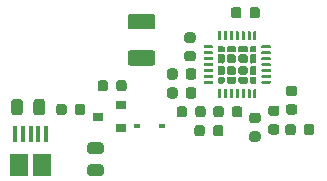
<source format=gbr>
%TF.GenerationSoftware,KiCad,Pcbnew,5.99.0-unknown-acf13a186~104~ubuntu20.04.1*%
%TF.CreationDate,2020-09-23T14:06:42+02:00*%
%TF.ProjectId,matrixctl,6d617472-6978-4637-946c-2e6b69636164,rev?*%
%TF.SameCoordinates,Original*%
%TF.FileFunction,Paste,Top*%
%TF.FilePolarity,Positive*%
%FSLAX46Y46*%
G04 Gerber Fmt 4.6, Leading zero omitted, Abs format (unit mm)*
G04 Created by KiCad (PCBNEW 5.99.0-unknown-acf13a186~104~ubuntu20.04.1) date 2020-09-23 14:06:42*
%MOMM*%
%LPD*%
G01*
G04 APERTURE LIST*
%ADD10R,0.900000X0.800000*%
%ADD11R,0.600000X0.450000*%
%ADD12R,0.400000X1.350000*%
%ADD13R,1.500000X1.900000*%
G04 APERTURE END LIST*
%TO.C,R106*%
G36*
G01*
X131543750Y-113675000D02*
X132056250Y-113675000D01*
G75*
G02*
X132275000Y-113893750I0J-218750D01*
G01*
X132275000Y-114331250D01*
G75*
G02*
X132056250Y-114550000I-218750J0D01*
G01*
X131543750Y-114550000D01*
G75*
G02*
X131325000Y-114331250I0J218750D01*
G01*
X131325000Y-113893750D01*
G75*
G02*
X131543750Y-113675000I218750J0D01*
G01*
G37*
G36*
G01*
X131543750Y-115250000D02*
X132056250Y-115250000D01*
G75*
G02*
X132275000Y-115468750I0J-218750D01*
G01*
X132275000Y-115906250D01*
G75*
G02*
X132056250Y-116125000I-218750J0D01*
G01*
X131543750Y-116125000D01*
G75*
G02*
X131325000Y-115906250I0J218750D01*
G01*
X131325000Y-115468750D01*
G75*
G02*
X131543750Y-115250000I218750J0D01*
G01*
G37*
%TD*%
%TO.C,C107*%
G36*
G01*
X117425000Y-113143750D02*
X117425000Y-113656250D01*
G75*
G02*
X117206250Y-113875000I-218750J0D01*
G01*
X116768750Y-113875000D01*
G75*
G02*
X116550000Y-113656250I0J218750D01*
G01*
X116550000Y-113143750D01*
G75*
G02*
X116768750Y-112925000I218750J0D01*
G01*
X117206250Y-112925000D01*
G75*
G02*
X117425000Y-113143750I0J-218750D01*
G01*
G37*
G36*
G01*
X115850000Y-113143750D02*
X115850000Y-113656250D01*
G75*
G02*
X115631250Y-113875000I-218750J0D01*
G01*
X115193750Y-113875000D01*
G75*
G02*
X114975000Y-113656250I0J218750D01*
G01*
X114975000Y-113143750D01*
G75*
G02*
X115193750Y-112925000I218750J0D01*
G01*
X115631250Y-112925000D01*
G75*
G02*
X115850000Y-113143750I0J-218750D01*
G01*
G37*
%TD*%
%TO.C,FB102*%
G36*
G01*
X117843750Y-116175000D02*
X118756250Y-116175000D01*
G75*
G02*
X119000000Y-116418750I0J-243750D01*
G01*
X119000000Y-116906250D01*
G75*
G02*
X118756250Y-117150000I-243750J0D01*
G01*
X117843750Y-117150000D01*
G75*
G02*
X117600000Y-116906250I0J243750D01*
G01*
X117600000Y-116418750D01*
G75*
G02*
X117843750Y-116175000I243750J0D01*
G01*
G37*
G36*
G01*
X117843750Y-118050000D02*
X118756250Y-118050000D01*
G75*
G02*
X119000000Y-118293750I0J-243750D01*
G01*
X119000000Y-118781250D01*
G75*
G02*
X118756250Y-119025000I-243750J0D01*
G01*
X117843750Y-119025000D01*
G75*
G02*
X117600000Y-118781250I0J243750D01*
G01*
X117600000Y-118293750D01*
G75*
G02*
X117843750Y-118050000I243750J0D01*
G01*
G37*
%TD*%
D10*
%TO.C,U102*%
X120500000Y-114950000D03*
X120500000Y-113050000D03*
X118500000Y-114000000D03*
%TD*%
%TO.C,C101*%
G36*
G01*
X123125000Y-109700000D02*
X121275000Y-109700000D01*
G75*
G02*
X121025000Y-109450000I0J250000D01*
G01*
X121025000Y-108625000D01*
G75*
G02*
X121275000Y-108375000I250000J0D01*
G01*
X123125000Y-108375000D01*
G75*
G02*
X123375000Y-108625000I0J-250000D01*
G01*
X123375000Y-109450000D01*
G75*
G02*
X123125000Y-109700000I-250000J0D01*
G01*
G37*
G36*
G01*
X123125000Y-106625000D02*
X121275000Y-106625000D01*
G75*
G02*
X121025000Y-106375000I0J250000D01*
G01*
X121025000Y-105550000D01*
G75*
G02*
X121275000Y-105300000I250000J0D01*
G01*
X123125000Y-105300000D01*
G75*
G02*
X123375000Y-105550000I0J-250000D01*
G01*
X123375000Y-106375000D01*
G75*
G02*
X123125000Y-106625000I-250000J0D01*
G01*
G37*
%TD*%
%TO.C,R112*%
G36*
G01*
X133656250Y-115525000D02*
X133143750Y-115525000D01*
G75*
G02*
X132925000Y-115306250I0J218750D01*
G01*
X132925000Y-114868750D01*
G75*
G02*
X133143750Y-114650000I218750J0D01*
G01*
X133656250Y-114650000D01*
G75*
G02*
X133875000Y-114868750I0J-218750D01*
G01*
X133875000Y-115306250D01*
G75*
G02*
X133656250Y-115525000I-218750J0D01*
G01*
G37*
G36*
G01*
X133656250Y-113950000D02*
X133143750Y-113950000D01*
G75*
G02*
X132925000Y-113731250I0J218750D01*
G01*
X132925000Y-113293750D01*
G75*
G02*
X133143750Y-113075000I218750J0D01*
G01*
X133656250Y-113075000D01*
G75*
G02*
X133875000Y-113293750I0J-218750D01*
G01*
X133875000Y-113731250D01*
G75*
G02*
X133656250Y-113950000I-218750J0D01*
G01*
G37*
%TD*%
%TO.C,R103*%
G36*
G01*
X128275000Y-113856250D02*
X128275000Y-113343750D01*
G75*
G02*
X128493750Y-113125000I218750J0D01*
G01*
X128931250Y-113125000D01*
G75*
G02*
X129150000Y-113343750I0J-218750D01*
G01*
X129150000Y-113856250D01*
G75*
G02*
X128931250Y-114075000I-218750J0D01*
G01*
X128493750Y-114075000D01*
G75*
G02*
X128275000Y-113856250I0J218750D01*
G01*
G37*
G36*
G01*
X129850000Y-113856250D02*
X129850000Y-113343750D01*
G75*
G02*
X130068750Y-113125000I218750J0D01*
G01*
X130506250Y-113125000D01*
G75*
G02*
X130725000Y-113343750I0J-218750D01*
G01*
X130725000Y-113856250D01*
G75*
G02*
X130506250Y-114075000I-218750J0D01*
G01*
X130068750Y-114075000D01*
G75*
G02*
X129850000Y-113856250I0J218750D01*
G01*
G37*
%TD*%
%TO.C,R101*%
G36*
G01*
X134375000Y-115356250D02*
X134375000Y-114843750D01*
G75*
G02*
X134593750Y-114625000I218750J0D01*
G01*
X135031250Y-114625000D01*
G75*
G02*
X135250000Y-114843750I0J-218750D01*
G01*
X135250000Y-115356250D01*
G75*
G02*
X135031250Y-115575000I-218750J0D01*
G01*
X134593750Y-115575000D01*
G75*
G02*
X134375000Y-115356250I0J218750D01*
G01*
G37*
G36*
G01*
X135950000Y-115356250D02*
X135950000Y-114843750D01*
G75*
G02*
X136168750Y-114625000I218750J0D01*
G01*
X136606250Y-114625000D01*
G75*
G02*
X136825000Y-114843750I0J-218750D01*
G01*
X136825000Y-115356250D01*
G75*
G02*
X136606250Y-115575000I-218750J0D01*
G01*
X136168750Y-115575000D01*
G75*
G02*
X135950000Y-115356250I0J218750D01*
G01*
G37*
%TD*%
D11*
%TO.C,D101*%
X123950000Y-114800000D03*
X121850000Y-114800000D03*
%TD*%
%TO.C,FB101*%
G36*
G01*
X114025000Y-112743750D02*
X114025000Y-113656250D01*
G75*
G02*
X113781250Y-113900000I-243750J0D01*
G01*
X113293750Y-113900000D01*
G75*
G02*
X113050000Y-113656250I0J243750D01*
G01*
X113050000Y-112743750D01*
G75*
G02*
X113293750Y-112500000I243750J0D01*
G01*
X113781250Y-112500000D01*
G75*
G02*
X114025000Y-112743750I0J-243750D01*
G01*
G37*
G36*
G01*
X112150000Y-112743750D02*
X112150000Y-113656250D01*
G75*
G02*
X111906250Y-113900000I-243750J0D01*
G01*
X111418750Y-113900000D01*
G75*
G02*
X111175000Y-113656250I0J243750D01*
G01*
X111175000Y-112743750D01*
G75*
G02*
X111418750Y-112500000I243750J0D01*
G01*
X111906250Y-112500000D01*
G75*
G02*
X112150000Y-112743750I0J-243750D01*
G01*
G37*
%TD*%
%TO.C,R102*%
G36*
G01*
X135156250Y-113825000D02*
X134643750Y-113825000D01*
G75*
G02*
X134425000Y-113606250I0J218750D01*
G01*
X134425000Y-113168750D01*
G75*
G02*
X134643750Y-112950000I218750J0D01*
G01*
X135156250Y-112950000D01*
G75*
G02*
X135375000Y-113168750I0J-218750D01*
G01*
X135375000Y-113606250D01*
G75*
G02*
X135156250Y-113825000I-218750J0D01*
G01*
G37*
G36*
G01*
X135156250Y-112250000D02*
X134643750Y-112250000D01*
G75*
G02*
X134425000Y-112031250I0J218750D01*
G01*
X134425000Y-111593750D01*
G75*
G02*
X134643750Y-111375000I218750J0D01*
G01*
X135156250Y-111375000D01*
G75*
G02*
X135375000Y-111593750I0J-218750D01*
G01*
X135375000Y-112031250D01*
G75*
G02*
X135156250Y-112250000I-218750J0D01*
G01*
G37*
%TD*%
%TO.C,C105*%
G36*
G01*
X127625000Y-113343750D02*
X127625000Y-113856250D01*
G75*
G02*
X127406250Y-114075000I-218750J0D01*
G01*
X126968750Y-114075000D01*
G75*
G02*
X126750000Y-113856250I0J218750D01*
G01*
X126750000Y-113343750D01*
G75*
G02*
X126968750Y-113125000I218750J0D01*
G01*
X127406250Y-113125000D01*
G75*
G02*
X127625000Y-113343750I0J-218750D01*
G01*
G37*
G36*
G01*
X126050000Y-113343750D02*
X126050000Y-113856250D01*
G75*
G02*
X125831250Y-114075000I-218750J0D01*
G01*
X125393750Y-114075000D01*
G75*
G02*
X125175000Y-113856250I0J218750D01*
G01*
X125175000Y-113343750D01*
G75*
G02*
X125393750Y-113125000I218750J0D01*
G01*
X125831250Y-113125000D01*
G75*
G02*
X126050000Y-113343750I0J-218750D01*
G01*
G37*
%TD*%
%TO.C,C103*%
G36*
G01*
X129775000Y-105456250D02*
X129775000Y-104943750D01*
G75*
G02*
X129993750Y-104725000I218750J0D01*
G01*
X130431250Y-104725000D01*
G75*
G02*
X130650000Y-104943750I0J-218750D01*
G01*
X130650000Y-105456250D01*
G75*
G02*
X130431250Y-105675000I-218750J0D01*
G01*
X129993750Y-105675000D01*
G75*
G02*
X129775000Y-105456250I0J218750D01*
G01*
G37*
G36*
G01*
X131350000Y-105456250D02*
X131350000Y-104943750D01*
G75*
G02*
X131568750Y-104725000I218750J0D01*
G01*
X132006250Y-104725000D01*
G75*
G02*
X132225000Y-104943750I0J-218750D01*
G01*
X132225000Y-105456250D01*
G75*
G02*
X132006250Y-105675000I-218750J0D01*
G01*
X131568750Y-105675000D01*
G75*
G02*
X131350000Y-105456250I0J218750D01*
G01*
G37*
%TD*%
%TO.C,C106*%
G36*
G01*
X120937500Y-111143750D02*
X120937500Y-111656250D01*
G75*
G02*
X120718750Y-111875000I-218750J0D01*
G01*
X120281250Y-111875000D01*
G75*
G02*
X120062500Y-111656250I0J218750D01*
G01*
X120062500Y-111143750D01*
G75*
G02*
X120281250Y-110925000I218750J0D01*
G01*
X120718750Y-110925000D01*
G75*
G02*
X120937500Y-111143750I0J-218750D01*
G01*
G37*
G36*
G01*
X119362500Y-111143750D02*
X119362500Y-111656250D01*
G75*
G02*
X119143750Y-111875000I-218750J0D01*
G01*
X118706250Y-111875000D01*
G75*
G02*
X118487500Y-111656250I0J218750D01*
G01*
X118487500Y-111143750D01*
G75*
G02*
X118706250Y-110925000I218750J0D01*
G01*
X119143750Y-110925000D01*
G75*
G02*
X119362500Y-111143750I0J-218750D01*
G01*
G37*
%TD*%
%TO.C,R105*%
G36*
G01*
X126825000Y-110143750D02*
X126825000Y-110656250D01*
G75*
G02*
X126606250Y-110875000I-218750J0D01*
G01*
X126168750Y-110875000D01*
G75*
G02*
X125950000Y-110656250I0J218750D01*
G01*
X125950000Y-110143750D01*
G75*
G02*
X126168750Y-109925000I218750J0D01*
G01*
X126606250Y-109925000D01*
G75*
G02*
X126825000Y-110143750I0J-218750D01*
G01*
G37*
G36*
G01*
X125250000Y-110143750D02*
X125250000Y-110656250D01*
G75*
G02*
X125031250Y-110875000I-218750J0D01*
G01*
X124593750Y-110875000D01*
G75*
G02*
X124375000Y-110656250I0J218750D01*
G01*
X124375000Y-110143750D01*
G75*
G02*
X124593750Y-109925000I218750J0D01*
G01*
X125031250Y-109925000D01*
G75*
G02*
X125250000Y-110143750I0J-218750D01*
G01*
G37*
%TD*%
%TO.C,R104*%
G36*
G01*
X126675000Y-115456250D02*
X126675000Y-114943750D01*
G75*
G02*
X126893750Y-114725000I218750J0D01*
G01*
X127331250Y-114725000D01*
G75*
G02*
X127550000Y-114943750I0J-218750D01*
G01*
X127550000Y-115456250D01*
G75*
G02*
X127331250Y-115675000I-218750J0D01*
G01*
X126893750Y-115675000D01*
G75*
G02*
X126675000Y-115456250I0J218750D01*
G01*
G37*
G36*
G01*
X128250000Y-115456250D02*
X128250000Y-114943750D01*
G75*
G02*
X128468750Y-114725000I218750J0D01*
G01*
X128906250Y-114725000D01*
G75*
G02*
X129125000Y-114943750I0J-218750D01*
G01*
X129125000Y-115456250D01*
G75*
G02*
X128906250Y-115675000I-218750J0D01*
G01*
X128468750Y-115675000D01*
G75*
G02*
X128250000Y-115456250I0J218750D01*
G01*
G37*
%TD*%
D12*
%TO.C,J104*%
X111500000Y-115437500D03*
X112150000Y-115437500D03*
X112800000Y-115437500D03*
X113450000Y-115437500D03*
X114100000Y-115437500D03*
D13*
X111800000Y-118137500D03*
X113800000Y-118137500D03*
%TD*%
%TO.C,C102*%
G36*
G01*
X126556250Y-109325000D02*
X126043750Y-109325000D01*
G75*
G02*
X125825000Y-109106250I0J218750D01*
G01*
X125825000Y-108668750D01*
G75*
G02*
X126043750Y-108450000I218750J0D01*
G01*
X126556250Y-108450000D01*
G75*
G02*
X126775000Y-108668750I0J-218750D01*
G01*
X126775000Y-109106250D01*
G75*
G02*
X126556250Y-109325000I-218750J0D01*
G01*
G37*
G36*
G01*
X126556250Y-107750000D02*
X126043750Y-107750000D01*
G75*
G02*
X125825000Y-107531250I0J218750D01*
G01*
X125825000Y-107093750D01*
G75*
G02*
X126043750Y-106875000I218750J0D01*
G01*
X126556250Y-106875000D01*
G75*
G02*
X126775000Y-107093750I0J-218750D01*
G01*
X126775000Y-107531250D01*
G75*
G02*
X126556250Y-107750000I-218750J0D01*
G01*
G37*
%TD*%
%TO.C,U101*%
G36*
X129079097Y-107998745D02*
G01*
X129104156Y-108006888D01*
X129117738Y-108025582D01*
X129199419Y-108107264D01*
X129218112Y-108120845D01*
X129226253Y-108145902D01*
X129238215Y-108169378D01*
X129234600Y-108192201D01*
X129234601Y-108442476D01*
X129234094Y-108444036D01*
X129234094Y-108461857D01*
X129223619Y-108476274D01*
X129218112Y-108493222D01*
X129203695Y-108503696D01*
X129193221Y-108518113D01*
X129176273Y-108523620D01*
X129161856Y-108534094D01*
X129144036Y-108534094D01*
X129142476Y-108534601D01*
X128782523Y-108534601D01*
X128780963Y-108534094D01*
X128763143Y-108534094D01*
X128748726Y-108523619D01*
X128731778Y-108518112D01*
X128721304Y-108503695D01*
X128706887Y-108493221D01*
X128701380Y-108476273D01*
X128690906Y-108461856D01*
X128690906Y-108444036D01*
X128690399Y-108442476D01*
X128690399Y-108082523D01*
X128690906Y-108080963D01*
X128690906Y-108063143D01*
X128701381Y-108048726D01*
X128706888Y-108031778D01*
X128721304Y-108021304D01*
X128731779Y-108006887D01*
X128748729Y-108001380D01*
X128763145Y-107990906D01*
X128780964Y-107990906D01*
X128782524Y-107990399D01*
X129032806Y-107990399D01*
X129055624Y-107986785D01*
X129079097Y-107998745D01*
G37*
G36*
G01*
X131203113Y-108898444D02*
X131203113Y-109301556D01*
G75*
G02*
X131001556Y-109503113I-201557J0D01*
G01*
X130598444Y-109503113D01*
G75*
G02*
X130396887Y-109301556I0J201557D01*
G01*
X130396887Y-108898444D01*
G75*
G02*
X130598444Y-108696887I201557J0D01*
G01*
X131001556Y-108696887D01*
G75*
G02*
X131203113Y-108898444I0J-201557D01*
G01*
G37*
G36*
X129504091Y-110665399D02*
G01*
X130112956Y-110665400D01*
X130133536Y-110661771D01*
X130139822Y-110665400D01*
X130146225Y-110665400D01*
X130148732Y-110665842D01*
X130166697Y-110680917D01*
X130186997Y-110692637D01*
X130189782Y-110700287D01*
X130196021Y-110705523D01*
X130200094Y-110728619D01*
X130203111Y-110736909D01*
X130203111Y-110745731D01*
X130206741Y-110766317D01*
X130203111Y-110772604D01*
X130203112Y-111044222D01*
X130207768Y-111061598D01*
X130203112Y-111071583D01*
X130203112Y-111082092D01*
X130202670Y-111084599D01*
X130190004Y-111099694D01*
X130187857Y-111104298D01*
X130177188Y-111114968D01*
X130162989Y-111131889D01*
X130159684Y-111132472D01*
X130114249Y-111177907D01*
X130105254Y-111193487D01*
X130094902Y-111197255D01*
X130087472Y-111204685D01*
X130085386Y-111206145D01*
X130065760Y-111207862D01*
X130060982Y-111209601D01*
X130045882Y-111209601D01*
X130023889Y-111211525D01*
X130021141Y-111209601D01*
X129562265Y-111209600D01*
X129544889Y-111214256D01*
X129534904Y-111209600D01*
X129524395Y-111209600D01*
X129521888Y-111209158D01*
X129506793Y-111196491D01*
X129502190Y-111194345D01*
X129491525Y-111183680D01*
X129474599Y-111169477D01*
X129474016Y-111166171D01*
X129428584Y-111120738D01*
X129413002Y-111111742D01*
X129409233Y-111101387D01*
X129401804Y-111093958D01*
X129400344Y-111091873D01*
X129398627Y-111072248D01*
X129396888Y-111067470D01*
X129396888Y-111052369D01*
X129394964Y-111030376D01*
X129396888Y-111027628D01*
X129396888Y-110755554D01*
X129393259Y-110734974D01*
X129396888Y-110728688D01*
X129396888Y-110722286D01*
X129397330Y-110719779D01*
X129412402Y-110701818D01*
X129424126Y-110681513D01*
X129431779Y-110678728D01*
X129437013Y-110672490D01*
X129460102Y-110668419D01*
X129468398Y-110665399D01*
X129477226Y-110665399D01*
X129497806Y-110661770D01*
X129504091Y-110665399D01*
G37*
G36*
X129096582Y-108696888D02*
G01*
X129107093Y-108696888D01*
X129109600Y-108697330D01*
X129124694Y-108709996D01*
X129129299Y-108712143D01*
X129139970Y-108722814D01*
X129156889Y-108737011D01*
X129157472Y-108740316D01*
X129202906Y-108785751D01*
X129218486Y-108794746D01*
X129222254Y-108805099D01*
X129229685Y-108812530D01*
X129231145Y-108814615D01*
X129232862Y-108834244D01*
X129234600Y-108839018D01*
X129234600Y-108854108D01*
X129236525Y-108876111D01*
X129234600Y-108878860D01*
X129234600Y-109337734D01*
X129239256Y-109355111D01*
X129234600Y-109365096D01*
X129234600Y-109375604D01*
X129234158Y-109378111D01*
X129221492Y-109393206D01*
X129219345Y-109397810D01*
X129208678Y-109408477D01*
X129194477Y-109425401D01*
X129191171Y-109425984D01*
X129145738Y-109471416D01*
X129136742Y-109486998D01*
X129126387Y-109490767D01*
X129118958Y-109498196D01*
X129116873Y-109499656D01*
X129097248Y-109501373D01*
X129092470Y-109503112D01*
X129077369Y-109503112D01*
X129055376Y-109505036D01*
X129052628Y-109503112D01*
X128780554Y-109503112D01*
X128759974Y-109506741D01*
X128753688Y-109503112D01*
X128747286Y-109503112D01*
X128744779Y-109502670D01*
X128726816Y-109487597D01*
X128706513Y-109475874D01*
X128703728Y-109468222D01*
X128697490Y-109462988D01*
X128693418Y-109439898D01*
X128690399Y-109431602D01*
X128690399Y-109422774D01*
X128686770Y-109402194D01*
X128690399Y-109395908D01*
X128690400Y-108787043D01*
X128686771Y-108766463D01*
X128690400Y-108760177D01*
X128690400Y-108753775D01*
X128690842Y-108751268D01*
X128705914Y-108733307D01*
X128717637Y-108713002D01*
X128725290Y-108710217D01*
X128730524Y-108703979D01*
X128753613Y-108699908D01*
X128761909Y-108696888D01*
X128770737Y-108696888D01*
X128791317Y-108693259D01*
X128797602Y-108696888D01*
X129069226Y-108696888D01*
X129086599Y-108692233D01*
X129096582Y-108696888D01*
G37*
G36*
X131819037Y-110665906D02*
G01*
X131836856Y-110665906D01*
X131851272Y-110676381D01*
X131868222Y-110681888D01*
X131878697Y-110696306D01*
X131893112Y-110706779D01*
X131898618Y-110723725D01*
X131909094Y-110738144D01*
X131909094Y-110755967D01*
X131909600Y-110757524D01*
X131909601Y-111117476D01*
X131909094Y-111119036D01*
X131909094Y-111136857D01*
X131898619Y-111151274D01*
X131893112Y-111168222D01*
X131878695Y-111178696D01*
X131868221Y-111193113D01*
X131851273Y-111198620D01*
X131836856Y-111209094D01*
X131819036Y-111209094D01*
X131817476Y-111209601D01*
X131567194Y-111209601D01*
X131544377Y-111213215D01*
X131520906Y-111201256D01*
X131495844Y-111193112D01*
X131482260Y-111174415D01*
X131400581Y-111092737D01*
X131381887Y-111079155D01*
X131373745Y-111054096D01*
X131361785Y-111030623D01*
X131365399Y-111007805D01*
X131365399Y-110757523D01*
X131365906Y-110755963D01*
X131365906Y-110738143D01*
X131376381Y-110723726D01*
X131381888Y-110706778D01*
X131396304Y-110696304D01*
X131406779Y-110681887D01*
X131423729Y-110676380D01*
X131438145Y-110665906D01*
X131455964Y-110665906D01*
X131457524Y-110665399D01*
X131817477Y-110665399D01*
X131819037Y-110665906D01*
G37*
G36*
X131567195Y-107990399D02*
G01*
X131817477Y-107990399D01*
X131819037Y-107990906D01*
X131836856Y-107990906D01*
X131851272Y-108001381D01*
X131868222Y-108006888D01*
X131878697Y-108021306D01*
X131893112Y-108031779D01*
X131898618Y-108048725D01*
X131909094Y-108063144D01*
X131909094Y-108080967D01*
X131909600Y-108082524D01*
X131909601Y-108442476D01*
X131909094Y-108444036D01*
X131909094Y-108461857D01*
X131898619Y-108476274D01*
X131893112Y-108493222D01*
X131878695Y-108503696D01*
X131868221Y-108518113D01*
X131851273Y-108523620D01*
X131836856Y-108534094D01*
X131819036Y-108534094D01*
X131817476Y-108534601D01*
X131457523Y-108534601D01*
X131455963Y-108534094D01*
X131438143Y-108534094D01*
X131423726Y-108523619D01*
X131406778Y-108518112D01*
X131396304Y-108503695D01*
X131381887Y-108493221D01*
X131376380Y-108476273D01*
X131365906Y-108461856D01*
X131365906Y-108444036D01*
X131365399Y-108442476D01*
X131365399Y-108192194D01*
X131361785Y-108169376D01*
X131373745Y-108145903D01*
X131381888Y-108120844D01*
X131400581Y-108107263D01*
X131482261Y-108025584D01*
X131495845Y-108006887D01*
X131520907Y-107998744D01*
X131544378Y-107986785D01*
X131567195Y-107990399D01*
G37*
G36*
X130065096Y-107990400D02*
G01*
X130075605Y-107990400D01*
X130078112Y-107990842D01*
X130093207Y-108003509D01*
X130097812Y-108005656D01*
X130108481Y-108016325D01*
X130125401Y-108030523D01*
X130125984Y-108033828D01*
X130171418Y-108079263D01*
X130186997Y-108088258D01*
X130190765Y-108098611D01*
X130198197Y-108106043D01*
X130199657Y-108108128D01*
X130201374Y-108127758D01*
X130203111Y-108132530D01*
X130203111Y-108147617D01*
X130205036Y-108169624D01*
X130203111Y-108172373D01*
X130203112Y-108444445D01*
X130206741Y-108465026D01*
X130203112Y-108471312D01*
X130203112Y-108477713D01*
X130202670Y-108480220D01*
X130187598Y-108498182D01*
X130175874Y-108518487D01*
X130168222Y-108521272D01*
X130162988Y-108527510D01*
X130139897Y-108531582D01*
X130131602Y-108534601D01*
X130122775Y-108534601D01*
X130102195Y-108538230D01*
X130095909Y-108534601D01*
X129487043Y-108534600D01*
X129466463Y-108538229D01*
X129460177Y-108534600D01*
X129453775Y-108534600D01*
X129451268Y-108534158D01*
X129433305Y-108519085D01*
X129413002Y-108507363D01*
X129410217Y-108499711D01*
X129403979Y-108494477D01*
X129399907Y-108471387D01*
X129396888Y-108463091D01*
X129396888Y-108454263D01*
X129393259Y-108433683D01*
X129396888Y-108427397D01*
X129396888Y-108155774D01*
X129392233Y-108138401D01*
X129396888Y-108128418D01*
X129396888Y-108117907D01*
X129397330Y-108115400D01*
X129409996Y-108100306D01*
X129412143Y-108095701D01*
X129422818Y-108085026D01*
X129437012Y-108068111D01*
X129440316Y-108067528D01*
X129485749Y-108022096D01*
X129494746Y-108006513D01*
X129505101Y-108002744D01*
X129512530Y-107995315D01*
X129514615Y-107993855D01*
X129534240Y-107992138D01*
X129539018Y-107990399D01*
X129554119Y-107990399D01*
X129576111Y-107988475D01*
X129578859Y-107990399D01*
X130037739Y-107990400D01*
X130055113Y-107985745D01*
X130065096Y-107990400D01*
G37*
G36*
X129144037Y-110665906D02*
G01*
X129161856Y-110665906D01*
X129176272Y-110676381D01*
X129193222Y-110681888D01*
X129203697Y-110696306D01*
X129218112Y-110706779D01*
X129223618Y-110723725D01*
X129234094Y-110738144D01*
X129234094Y-110755967D01*
X129234600Y-110757524D01*
X129234601Y-111007805D01*
X129238215Y-111030623D01*
X129226256Y-111054095D01*
X129218112Y-111079156D01*
X129199415Y-111092740D01*
X129117737Y-111174419D01*
X129104155Y-111193113D01*
X129079096Y-111201255D01*
X129055623Y-111213215D01*
X129032805Y-111209601D01*
X128782523Y-111209601D01*
X128780963Y-111209094D01*
X128763143Y-111209094D01*
X128748726Y-111198619D01*
X128731778Y-111193112D01*
X128721304Y-111178695D01*
X128706887Y-111168221D01*
X128701380Y-111151273D01*
X128690906Y-111136856D01*
X128690906Y-111119036D01*
X128690399Y-111117476D01*
X128690399Y-110757523D01*
X128690906Y-110755963D01*
X128690906Y-110738143D01*
X128701381Y-110723726D01*
X128706888Y-110706778D01*
X128721304Y-110696304D01*
X128731779Y-110681887D01*
X128748729Y-110676380D01*
X128763145Y-110665906D01*
X128780964Y-110665906D01*
X128782524Y-110665399D01*
X129142477Y-110665399D01*
X129144037Y-110665906D01*
G37*
G36*
X131065096Y-107990400D02*
G01*
X131075605Y-107990400D01*
X131078112Y-107990842D01*
X131093207Y-108003509D01*
X131097812Y-108005656D01*
X131108481Y-108016325D01*
X131125401Y-108030523D01*
X131125984Y-108033828D01*
X131171418Y-108079263D01*
X131186997Y-108088258D01*
X131190765Y-108098611D01*
X131198197Y-108106043D01*
X131199657Y-108108128D01*
X131201374Y-108127758D01*
X131203111Y-108132530D01*
X131203111Y-108147617D01*
X131205036Y-108169624D01*
X131203111Y-108172373D01*
X131203112Y-108444445D01*
X131206741Y-108465026D01*
X131203112Y-108471312D01*
X131203112Y-108477713D01*
X131202670Y-108480220D01*
X131187598Y-108498182D01*
X131175874Y-108518487D01*
X131168222Y-108521272D01*
X131162988Y-108527510D01*
X131139897Y-108531582D01*
X131131602Y-108534601D01*
X131122775Y-108534601D01*
X131102195Y-108538230D01*
X131095909Y-108534601D01*
X130487043Y-108534600D01*
X130466463Y-108538229D01*
X130460177Y-108534600D01*
X130453775Y-108534600D01*
X130451268Y-108534158D01*
X130433305Y-108519085D01*
X130413002Y-108507363D01*
X130410217Y-108499711D01*
X130403979Y-108494477D01*
X130399907Y-108471387D01*
X130396888Y-108463091D01*
X130396888Y-108454263D01*
X130393259Y-108433683D01*
X130396888Y-108427397D01*
X130396888Y-108155774D01*
X130392233Y-108138401D01*
X130396888Y-108128418D01*
X130396888Y-108117907D01*
X130397330Y-108115400D01*
X130409996Y-108100306D01*
X130412143Y-108095701D01*
X130422818Y-108085026D01*
X130437012Y-108068111D01*
X130440316Y-108067528D01*
X130485749Y-108022096D01*
X130494746Y-108006513D01*
X130505101Y-108002744D01*
X130512530Y-107995315D01*
X130514615Y-107993855D01*
X130534240Y-107992138D01*
X130539018Y-107990399D01*
X130554119Y-107990399D01*
X130576111Y-107988475D01*
X130578859Y-107990399D01*
X131037739Y-107990400D01*
X131055113Y-107985745D01*
X131065096Y-107990400D01*
G37*
G36*
X131846311Y-109696888D02*
G01*
X131852714Y-109696888D01*
X131855221Y-109697330D01*
X131873186Y-109712405D01*
X131893486Y-109724126D01*
X131896271Y-109731776D01*
X131902510Y-109737012D01*
X131906583Y-109760108D01*
X131909600Y-109768398D01*
X131909600Y-109777220D01*
X131913230Y-109797806D01*
X131909600Y-109804093D01*
X131909600Y-110412956D01*
X131913229Y-110433537D01*
X131909600Y-110439823D01*
X131909600Y-110446224D01*
X131909158Y-110448731D01*
X131894086Y-110466693D01*
X131882363Y-110486998D01*
X131874711Y-110489783D01*
X131869477Y-110496021D01*
X131846386Y-110500093D01*
X131838091Y-110503112D01*
X131829264Y-110503112D01*
X131808684Y-110506741D01*
X131802398Y-110503112D01*
X131530777Y-110503112D01*
X131513402Y-110507768D01*
X131503417Y-110503112D01*
X131492907Y-110503112D01*
X131490400Y-110502670D01*
X131475305Y-110490003D01*
X131470702Y-110487857D01*
X131460034Y-110477190D01*
X131443111Y-110462989D01*
X131442528Y-110459684D01*
X131397093Y-110414249D01*
X131381513Y-110405254D01*
X131377745Y-110394902D01*
X131370315Y-110387472D01*
X131368855Y-110385386D01*
X131367138Y-110365760D01*
X131365399Y-110360982D01*
X131365399Y-110345882D01*
X131363475Y-110323889D01*
X131365399Y-110321141D01*
X131365400Y-109862261D01*
X131360745Y-109844887D01*
X131365400Y-109834904D01*
X131365400Y-109824395D01*
X131365842Y-109821888D01*
X131378508Y-109806793D01*
X131380656Y-109802188D01*
X131391329Y-109791515D01*
X131405524Y-109774599D01*
X131408828Y-109774016D01*
X131454262Y-109728584D01*
X131463258Y-109713002D01*
X131473613Y-109709233D01*
X131481043Y-109701803D01*
X131483128Y-109700343D01*
X131502754Y-109698626D01*
X131507530Y-109696888D01*
X131522628Y-109696888D01*
X131544624Y-109694964D01*
X131547372Y-109696888D01*
X131819445Y-109696888D01*
X131840025Y-109693259D01*
X131846311Y-109696888D01*
G37*
G36*
G01*
X131203113Y-109898444D02*
X131203113Y-110301556D01*
G75*
G02*
X131001556Y-110503113I-201557J0D01*
G01*
X130598444Y-110503113D01*
G75*
G02*
X130396887Y-110301556I0J201557D01*
G01*
X130396887Y-109898444D01*
G75*
G02*
X130598444Y-109696887I201557J0D01*
G01*
X131001556Y-109696887D01*
G75*
G02*
X131203113Y-109898444I0J-201557D01*
G01*
G37*
G36*
X130504091Y-110665399D02*
G01*
X131112956Y-110665400D01*
X131133536Y-110661771D01*
X131139822Y-110665400D01*
X131146225Y-110665400D01*
X131148732Y-110665842D01*
X131166697Y-110680917D01*
X131186997Y-110692637D01*
X131189782Y-110700287D01*
X131196021Y-110705523D01*
X131200094Y-110728619D01*
X131203111Y-110736909D01*
X131203111Y-110745731D01*
X131206741Y-110766317D01*
X131203111Y-110772604D01*
X131203112Y-111044222D01*
X131207768Y-111061598D01*
X131203112Y-111071583D01*
X131203112Y-111082092D01*
X131202670Y-111084599D01*
X131190004Y-111099694D01*
X131187857Y-111104298D01*
X131177188Y-111114968D01*
X131162989Y-111131889D01*
X131159684Y-111132472D01*
X131114249Y-111177907D01*
X131105254Y-111193487D01*
X131094902Y-111197255D01*
X131087472Y-111204685D01*
X131085386Y-111206145D01*
X131065760Y-111207862D01*
X131060982Y-111209601D01*
X131045882Y-111209601D01*
X131023889Y-111211525D01*
X131021141Y-111209601D01*
X130562265Y-111209600D01*
X130544889Y-111214256D01*
X130534904Y-111209600D01*
X130524395Y-111209600D01*
X130521888Y-111209158D01*
X130506793Y-111196491D01*
X130502190Y-111194345D01*
X130491525Y-111183680D01*
X130474599Y-111169477D01*
X130474016Y-111166171D01*
X130428584Y-111120738D01*
X130413002Y-111111742D01*
X130409233Y-111101387D01*
X130401804Y-111093958D01*
X130400344Y-111091873D01*
X130398627Y-111072248D01*
X130396888Y-111067470D01*
X130396888Y-111052369D01*
X130394964Y-111030376D01*
X130396888Y-111027628D01*
X130396888Y-110755554D01*
X130393259Y-110734974D01*
X130396888Y-110728688D01*
X130396888Y-110722286D01*
X130397330Y-110719779D01*
X130412402Y-110701818D01*
X130424126Y-110681513D01*
X130431779Y-110678728D01*
X130437013Y-110672490D01*
X130460102Y-110668419D01*
X130468398Y-110665399D01*
X130477226Y-110665399D01*
X130497806Y-110661770D01*
X130504091Y-110665399D01*
G37*
G36*
G01*
X130203113Y-108898444D02*
X130203113Y-109301556D01*
G75*
G02*
X130001556Y-109503113I-201557J0D01*
G01*
X129598444Y-109503113D01*
G75*
G02*
X129396887Y-109301556I0J201557D01*
G01*
X129396887Y-108898444D01*
G75*
G02*
X129598444Y-108696887I201557J0D01*
G01*
X130001556Y-108696887D01*
G75*
G02*
X130203113Y-108898444I0J-201557D01*
G01*
G37*
G36*
X131846311Y-108696888D02*
G01*
X131852714Y-108696888D01*
X131855221Y-108697330D01*
X131873186Y-108712405D01*
X131893486Y-108724126D01*
X131896271Y-108731776D01*
X131902510Y-108737012D01*
X131906583Y-108760108D01*
X131909600Y-108768398D01*
X131909600Y-108777220D01*
X131913230Y-108797806D01*
X131909600Y-108804093D01*
X131909600Y-109412956D01*
X131913229Y-109433537D01*
X131909600Y-109439823D01*
X131909600Y-109446224D01*
X131909158Y-109448731D01*
X131894086Y-109466693D01*
X131882363Y-109486998D01*
X131874711Y-109489783D01*
X131869477Y-109496021D01*
X131846386Y-109500093D01*
X131838091Y-109503112D01*
X131829264Y-109503112D01*
X131808684Y-109506741D01*
X131802398Y-109503112D01*
X131530777Y-109503112D01*
X131513402Y-109507768D01*
X131503417Y-109503112D01*
X131492907Y-109503112D01*
X131490400Y-109502670D01*
X131475305Y-109490003D01*
X131470702Y-109487857D01*
X131460034Y-109477190D01*
X131443111Y-109462989D01*
X131442528Y-109459684D01*
X131397093Y-109414249D01*
X131381513Y-109405254D01*
X131377745Y-109394902D01*
X131370315Y-109387472D01*
X131368855Y-109385386D01*
X131367138Y-109365760D01*
X131365399Y-109360982D01*
X131365399Y-109345882D01*
X131363475Y-109323889D01*
X131365399Y-109321141D01*
X131365400Y-108862261D01*
X131360745Y-108844887D01*
X131365400Y-108834904D01*
X131365400Y-108824395D01*
X131365842Y-108821888D01*
X131378508Y-108806793D01*
X131380656Y-108802188D01*
X131391329Y-108791515D01*
X131405524Y-108774599D01*
X131408828Y-108774016D01*
X131454262Y-108728584D01*
X131463258Y-108713002D01*
X131473613Y-108709233D01*
X131481043Y-108701803D01*
X131483128Y-108700343D01*
X131502754Y-108698626D01*
X131507530Y-108696888D01*
X131522628Y-108696888D01*
X131544624Y-108694964D01*
X131547372Y-108696888D01*
X131819445Y-108696888D01*
X131840025Y-108693259D01*
X131846311Y-108696888D01*
G37*
G36*
G01*
X130203113Y-109898444D02*
X130203113Y-110301556D01*
G75*
G02*
X130001556Y-110503113I-201557J0D01*
G01*
X129598444Y-110503113D01*
G75*
G02*
X129396887Y-110301556I0J201557D01*
G01*
X129396887Y-109898444D01*
G75*
G02*
X129598444Y-109696887I201557J0D01*
G01*
X130001556Y-109696887D01*
G75*
G02*
X130203113Y-109898444I0J-201557D01*
G01*
G37*
G36*
X129096582Y-109696888D02*
G01*
X129107093Y-109696888D01*
X129109600Y-109697330D01*
X129124694Y-109709996D01*
X129129299Y-109712143D01*
X129139970Y-109722814D01*
X129156889Y-109737011D01*
X129157472Y-109740316D01*
X129202906Y-109785751D01*
X129218486Y-109794746D01*
X129222254Y-109805099D01*
X129229685Y-109812530D01*
X129231145Y-109814615D01*
X129232862Y-109834244D01*
X129234600Y-109839018D01*
X129234600Y-109854108D01*
X129236525Y-109876111D01*
X129234600Y-109878860D01*
X129234600Y-110337734D01*
X129239256Y-110355111D01*
X129234600Y-110365096D01*
X129234600Y-110375604D01*
X129234158Y-110378111D01*
X129221492Y-110393206D01*
X129219345Y-110397810D01*
X129208678Y-110408477D01*
X129194477Y-110425401D01*
X129191171Y-110425984D01*
X129145738Y-110471416D01*
X129136742Y-110486998D01*
X129126387Y-110490767D01*
X129118958Y-110498196D01*
X129116873Y-110499656D01*
X129097248Y-110501373D01*
X129092470Y-110503112D01*
X129077369Y-110503112D01*
X129055376Y-110505036D01*
X129052628Y-110503112D01*
X128780554Y-110503112D01*
X128759974Y-110506741D01*
X128753688Y-110503112D01*
X128747286Y-110503112D01*
X128744779Y-110502670D01*
X128726816Y-110487597D01*
X128706513Y-110475874D01*
X128703728Y-110468222D01*
X128697490Y-110462988D01*
X128693418Y-110439898D01*
X128690399Y-110431602D01*
X128690399Y-110422774D01*
X128686770Y-110402194D01*
X128690399Y-110395908D01*
X128690400Y-109787043D01*
X128686771Y-109766463D01*
X128690400Y-109760177D01*
X128690400Y-109753775D01*
X128690842Y-109751268D01*
X128705914Y-109733307D01*
X128717637Y-109713002D01*
X128725290Y-109710217D01*
X128730524Y-109703979D01*
X128753613Y-109699908D01*
X128761909Y-109696888D01*
X128770737Y-109696888D01*
X128791317Y-109693259D01*
X128797602Y-109696888D01*
X129069226Y-109696888D01*
X129086599Y-109692233D01*
X129096582Y-109696888D01*
G37*
G36*
G01*
X133150000Y-111037500D02*
X133150000Y-111162500D01*
G75*
G02*
X133087500Y-111225000I-62500J0D01*
G01*
X132412500Y-111225000D01*
G75*
G02*
X132350000Y-111162500I0J62500D01*
G01*
X132350000Y-111037500D01*
G75*
G02*
X132412500Y-110975000I62500J0D01*
G01*
X133087500Y-110975000D01*
G75*
G02*
X133150000Y-111037500I0J-62500D01*
G01*
G37*
G36*
G01*
X133150000Y-110537500D02*
X133150000Y-110662500D01*
G75*
G02*
X133087500Y-110725000I-62500J0D01*
G01*
X132412500Y-110725000D01*
G75*
G02*
X132350000Y-110662500I0J62500D01*
G01*
X132350000Y-110537500D01*
G75*
G02*
X132412500Y-110475000I62500J0D01*
G01*
X133087500Y-110475000D01*
G75*
G02*
X133150000Y-110537500I0J-62500D01*
G01*
G37*
G36*
G01*
X133150000Y-110037500D02*
X133150000Y-110162500D01*
G75*
G02*
X133087500Y-110225000I-62500J0D01*
G01*
X132412500Y-110225000D01*
G75*
G02*
X132350000Y-110162500I0J62500D01*
G01*
X132350000Y-110037500D01*
G75*
G02*
X132412500Y-109975000I62500J0D01*
G01*
X133087500Y-109975000D01*
G75*
G02*
X133150000Y-110037500I0J-62500D01*
G01*
G37*
G36*
G01*
X133150000Y-109537500D02*
X133150000Y-109662500D01*
G75*
G02*
X133087500Y-109725000I-62500J0D01*
G01*
X132412500Y-109725000D01*
G75*
G02*
X132350000Y-109662500I0J62500D01*
G01*
X132350000Y-109537500D01*
G75*
G02*
X132412500Y-109475000I62500J0D01*
G01*
X133087500Y-109475000D01*
G75*
G02*
X133150000Y-109537500I0J-62500D01*
G01*
G37*
G36*
G01*
X133150000Y-109037500D02*
X133150000Y-109162500D01*
G75*
G02*
X133087500Y-109225000I-62500J0D01*
G01*
X132412500Y-109225000D01*
G75*
G02*
X132350000Y-109162500I0J62500D01*
G01*
X132350000Y-109037500D01*
G75*
G02*
X132412500Y-108975000I62500J0D01*
G01*
X133087500Y-108975000D01*
G75*
G02*
X133150000Y-109037500I0J-62500D01*
G01*
G37*
G36*
G01*
X133150000Y-108537500D02*
X133150000Y-108662500D01*
G75*
G02*
X133087500Y-108725000I-62500J0D01*
G01*
X132412500Y-108725000D01*
G75*
G02*
X132350000Y-108662500I0J62500D01*
G01*
X132350000Y-108537500D01*
G75*
G02*
X132412500Y-108475000I62500J0D01*
G01*
X133087500Y-108475000D01*
G75*
G02*
X133150000Y-108537500I0J-62500D01*
G01*
G37*
G36*
G01*
X133150000Y-108037500D02*
X133150000Y-108162500D01*
G75*
G02*
X133087500Y-108225000I-62500J0D01*
G01*
X132412500Y-108225000D01*
G75*
G02*
X132350000Y-108162500I0J62500D01*
G01*
X132350000Y-108037500D01*
G75*
G02*
X132412500Y-107975000I62500J0D01*
G01*
X133087500Y-107975000D01*
G75*
G02*
X133150000Y-108037500I0J-62500D01*
G01*
G37*
G36*
G01*
X131925000Y-106812500D02*
X131925000Y-107487500D01*
G75*
G02*
X131862500Y-107550000I-62500J0D01*
G01*
X131737500Y-107550000D01*
G75*
G02*
X131675000Y-107487500I0J62500D01*
G01*
X131675000Y-106812500D01*
G75*
G02*
X131737500Y-106750000I62500J0D01*
G01*
X131862500Y-106750000D01*
G75*
G02*
X131925000Y-106812500I0J-62500D01*
G01*
G37*
G36*
G01*
X131425000Y-106812500D02*
X131425000Y-107487500D01*
G75*
G02*
X131362500Y-107550000I-62500J0D01*
G01*
X131237500Y-107550000D01*
G75*
G02*
X131175000Y-107487500I0J62500D01*
G01*
X131175000Y-106812500D01*
G75*
G02*
X131237500Y-106750000I62500J0D01*
G01*
X131362500Y-106750000D01*
G75*
G02*
X131425000Y-106812500I0J-62500D01*
G01*
G37*
G36*
G01*
X130925000Y-106812500D02*
X130925000Y-107487500D01*
G75*
G02*
X130862500Y-107550000I-62500J0D01*
G01*
X130737500Y-107550000D01*
G75*
G02*
X130675000Y-107487500I0J62500D01*
G01*
X130675000Y-106812500D01*
G75*
G02*
X130737500Y-106750000I62500J0D01*
G01*
X130862500Y-106750000D01*
G75*
G02*
X130925000Y-106812500I0J-62500D01*
G01*
G37*
G36*
G01*
X130425000Y-106812500D02*
X130425000Y-107487500D01*
G75*
G02*
X130362500Y-107550000I-62500J0D01*
G01*
X130237500Y-107550000D01*
G75*
G02*
X130175000Y-107487500I0J62500D01*
G01*
X130175000Y-106812500D01*
G75*
G02*
X130237500Y-106750000I62500J0D01*
G01*
X130362500Y-106750000D01*
G75*
G02*
X130425000Y-106812500I0J-62500D01*
G01*
G37*
G36*
G01*
X129925000Y-106812500D02*
X129925000Y-107487500D01*
G75*
G02*
X129862500Y-107550000I-62500J0D01*
G01*
X129737500Y-107550000D01*
G75*
G02*
X129675000Y-107487500I0J62500D01*
G01*
X129675000Y-106812500D01*
G75*
G02*
X129737500Y-106750000I62500J0D01*
G01*
X129862500Y-106750000D01*
G75*
G02*
X129925000Y-106812500I0J-62500D01*
G01*
G37*
G36*
G01*
X129425000Y-106812500D02*
X129425000Y-107487500D01*
G75*
G02*
X129362500Y-107550000I-62500J0D01*
G01*
X129237500Y-107550000D01*
G75*
G02*
X129175000Y-107487500I0J62500D01*
G01*
X129175000Y-106812500D01*
G75*
G02*
X129237500Y-106750000I62500J0D01*
G01*
X129362500Y-106750000D01*
G75*
G02*
X129425000Y-106812500I0J-62500D01*
G01*
G37*
G36*
G01*
X128925000Y-106812500D02*
X128925000Y-107487500D01*
G75*
G02*
X128862500Y-107550000I-62500J0D01*
G01*
X128737500Y-107550000D01*
G75*
G02*
X128675000Y-107487500I0J62500D01*
G01*
X128675000Y-106812500D01*
G75*
G02*
X128737500Y-106750000I62500J0D01*
G01*
X128862500Y-106750000D01*
G75*
G02*
X128925000Y-106812500I0J-62500D01*
G01*
G37*
G36*
G01*
X128250000Y-108037500D02*
X128250000Y-108162500D01*
G75*
G02*
X128187500Y-108225000I-62500J0D01*
G01*
X127512500Y-108225000D01*
G75*
G02*
X127450000Y-108162500I0J62500D01*
G01*
X127450000Y-108037500D01*
G75*
G02*
X127512500Y-107975000I62500J0D01*
G01*
X128187500Y-107975000D01*
G75*
G02*
X128250000Y-108037500I0J-62500D01*
G01*
G37*
G36*
G01*
X128250000Y-108537500D02*
X128250000Y-108662500D01*
G75*
G02*
X128187500Y-108725000I-62500J0D01*
G01*
X127512500Y-108725000D01*
G75*
G02*
X127450000Y-108662500I0J62500D01*
G01*
X127450000Y-108537500D01*
G75*
G02*
X127512500Y-108475000I62500J0D01*
G01*
X128187500Y-108475000D01*
G75*
G02*
X128250000Y-108537500I0J-62500D01*
G01*
G37*
G36*
G01*
X128250000Y-109037500D02*
X128250000Y-109162500D01*
G75*
G02*
X128187500Y-109225000I-62500J0D01*
G01*
X127512500Y-109225000D01*
G75*
G02*
X127450000Y-109162500I0J62500D01*
G01*
X127450000Y-109037500D01*
G75*
G02*
X127512500Y-108975000I62500J0D01*
G01*
X128187500Y-108975000D01*
G75*
G02*
X128250000Y-109037500I0J-62500D01*
G01*
G37*
G36*
G01*
X128250000Y-109537500D02*
X128250000Y-109662500D01*
G75*
G02*
X128187500Y-109725000I-62500J0D01*
G01*
X127512500Y-109725000D01*
G75*
G02*
X127450000Y-109662500I0J62500D01*
G01*
X127450000Y-109537500D01*
G75*
G02*
X127512500Y-109475000I62500J0D01*
G01*
X128187500Y-109475000D01*
G75*
G02*
X128250000Y-109537500I0J-62500D01*
G01*
G37*
G36*
G01*
X128250000Y-110037500D02*
X128250000Y-110162500D01*
G75*
G02*
X128187500Y-110225000I-62500J0D01*
G01*
X127512500Y-110225000D01*
G75*
G02*
X127450000Y-110162500I0J62500D01*
G01*
X127450000Y-110037500D01*
G75*
G02*
X127512500Y-109975000I62500J0D01*
G01*
X128187500Y-109975000D01*
G75*
G02*
X128250000Y-110037500I0J-62500D01*
G01*
G37*
G36*
G01*
X128250000Y-110537500D02*
X128250000Y-110662500D01*
G75*
G02*
X128187500Y-110725000I-62500J0D01*
G01*
X127512500Y-110725000D01*
G75*
G02*
X127450000Y-110662500I0J62500D01*
G01*
X127450000Y-110537500D01*
G75*
G02*
X127512500Y-110475000I62500J0D01*
G01*
X128187500Y-110475000D01*
G75*
G02*
X128250000Y-110537500I0J-62500D01*
G01*
G37*
G36*
G01*
X128250000Y-111037500D02*
X128250000Y-111162500D01*
G75*
G02*
X128187500Y-111225000I-62500J0D01*
G01*
X127512500Y-111225000D01*
G75*
G02*
X127450000Y-111162500I0J62500D01*
G01*
X127450000Y-111037500D01*
G75*
G02*
X127512500Y-110975000I62500J0D01*
G01*
X128187500Y-110975000D01*
G75*
G02*
X128250000Y-111037500I0J-62500D01*
G01*
G37*
G36*
G01*
X128925000Y-111712500D02*
X128925000Y-112387500D01*
G75*
G02*
X128862500Y-112450000I-62500J0D01*
G01*
X128737500Y-112450000D01*
G75*
G02*
X128675000Y-112387500I0J62500D01*
G01*
X128675000Y-111712500D01*
G75*
G02*
X128737500Y-111650000I62500J0D01*
G01*
X128862500Y-111650000D01*
G75*
G02*
X128925000Y-111712500I0J-62500D01*
G01*
G37*
G36*
G01*
X129425000Y-111712500D02*
X129425000Y-112387500D01*
G75*
G02*
X129362500Y-112450000I-62500J0D01*
G01*
X129237500Y-112450000D01*
G75*
G02*
X129175000Y-112387500I0J62500D01*
G01*
X129175000Y-111712500D01*
G75*
G02*
X129237500Y-111650000I62500J0D01*
G01*
X129362500Y-111650000D01*
G75*
G02*
X129425000Y-111712500I0J-62500D01*
G01*
G37*
G36*
G01*
X129925000Y-111712500D02*
X129925000Y-112387500D01*
G75*
G02*
X129862500Y-112450000I-62500J0D01*
G01*
X129737500Y-112450000D01*
G75*
G02*
X129675000Y-112387500I0J62500D01*
G01*
X129675000Y-111712500D01*
G75*
G02*
X129737500Y-111650000I62500J0D01*
G01*
X129862500Y-111650000D01*
G75*
G02*
X129925000Y-111712500I0J-62500D01*
G01*
G37*
G36*
G01*
X130425000Y-111712500D02*
X130425000Y-112387500D01*
G75*
G02*
X130362500Y-112450000I-62500J0D01*
G01*
X130237500Y-112450000D01*
G75*
G02*
X130175000Y-112387500I0J62500D01*
G01*
X130175000Y-111712500D01*
G75*
G02*
X130237500Y-111650000I62500J0D01*
G01*
X130362500Y-111650000D01*
G75*
G02*
X130425000Y-111712500I0J-62500D01*
G01*
G37*
G36*
G01*
X130925000Y-111712500D02*
X130925000Y-112387500D01*
G75*
G02*
X130862500Y-112450000I-62500J0D01*
G01*
X130737500Y-112450000D01*
G75*
G02*
X130675000Y-112387500I0J62500D01*
G01*
X130675000Y-111712500D01*
G75*
G02*
X130737500Y-111650000I62500J0D01*
G01*
X130862500Y-111650000D01*
G75*
G02*
X130925000Y-111712500I0J-62500D01*
G01*
G37*
G36*
G01*
X131425000Y-111712500D02*
X131425000Y-112387500D01*
G75*
G02*
X131362500Y-112450000I-62500J0D01*
G01*
X131237500Y-112450000D01*
G75*
G02*
X131175000Y-112387500I0J62500D01*
G01*
X131175000Y-111712500D01*
G75*
G02*
X131237500Y-111650000I62500J0D01*
G01*
X131362500Y-111650000D01*
G75*
G02*
X131425000Y-111712500I0J-62500D01*
G01*
G37*
G36*
G01*
X131925000Y-111712500D02*
X131925000Y-112387500D01*
G75*
G02*
X131862500Y-112450000I-62500J0D01*
G01*
X131737500Y-112450000D01*
G75*
G02*
X131675000Y-112387500I0J62500D01*
G01*
X131675000Y-111712500D01*
G75*
G02*
X131737500Y-111650000I62500J0D01*
G01*
X131862500Y-111650000D01*
G75*
G02*
X131925000Y-111712500I0J-62500D01*
G01*
G37*
%TD*%
%TO.C,C104*%
G36*
G01*
X126825000Y-111743750D02*
X126825000Y-112256250D01*
G75*
G02*
X126606250Y-112475000I-218750J0D01*
G01*
X126168750Y-112475000D01*
G75*
G02*
X125950000Y-112256250I0J218750D01*
G01*
X125950000Y-111743750D01*
G75*
G02*
X126168750Y-111525000I218750J0D01*
G01*
X126606250Y-111525000D01*
G75*
G02*
X126825000Y-111743750I0J-218750D01*
G01*
G37*
G36*
G01*
X125250000Y-111743750D02*
X125250000Y-112256250D01*
G75*
G02*
X125031250Y-112475000I-218750J0D01*
G01*
X124593750Y-112475000D01*
G75*
G02*
X124375000Y-112256250I0J218750D01*
G01*
X124375000Y-111743750D01*
G75*
G02*
X124593750Y-111525000I218750J0D01*
G01*
X125031250Y-111525000D01*
G75*
G02*
X125250000Y-111743750I0J-218750D01*
G01*
G37*
%TD*%
M02*

</source>
